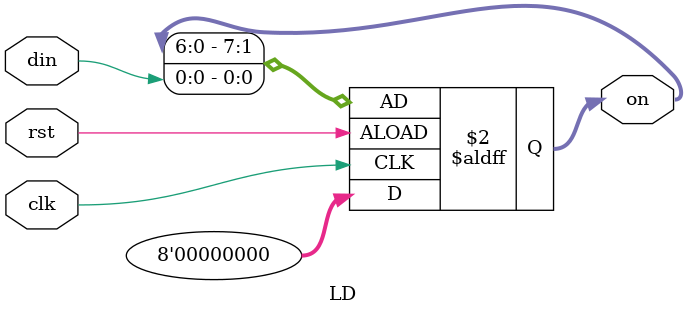
<source format=v>
module LD(
    input clk,
    input din,
    input rst,
    output reg [7:0]on
    );
    always @(posedge clk or negedge rst)begin
        if(rst)begin
            on <= 0;
        end else
        begin
            on <= {on[6:0],din};
        end
    end
endmodule
</source>
